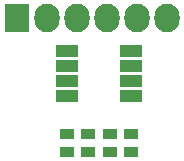
<source format=gbs>
G04 #@! TF.FileFunction,Soldermask,Bot*
%FSLAX46Y46*%
G04 Gerber Fmt 4.6, Leading zero omitted, Abs format (unit mm)*
G04 Created by KiCad (PCBNEW 4.0.1-stable) date 2/16/2016 5:46:20 PM*
%MOMM*%
G01*
G04 APERTURE LIST*
%ADD10C,0.100000*%
%ADD11R,1.300000X0.900000*%
%ADD12R,1.950000X1.000000*%
%ADD13R,2.127200X2.432000*%
%ADD14O,2.127200X2.432000*%
G04 APERTURE END LIST*
D10*
D11*
X136950000Y-82550000D03*
X136950000Y-84050000D03*
X138750000Y-82550000D03*
X138750000Y-84050000D03*
X135150000Y-82550000D03*
X135150000Y-84050000D03*
D12*
X133350000Y-79355000D03*
X133350000Y-78085000D03*
X133350000Y-76815000D03*
X133350000Y-75545000D03*
X138750000Y-75545000D03*
X138750000Y-76815000D03*
X138750000Y-78085000D03*
X138750000Y-79355000D03*
D11*
X133350000Y-82550000D03*
X133350000Y-84050000D03*
D13*
X129100000Y-72750000D03*
D14*
X131640000Y-72750000D03*
X134180000Y-72750000D03*
X136720000Y-72750000D03*
X139260000Y-72750000D03*
X141800000Y-72750000D03*
M02*

</source>
